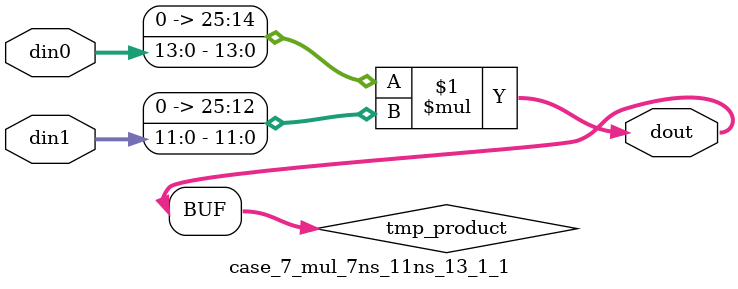
<source format=v>

`timescale 1 ns / 1 ps

 (* use_dsp = "no" *)  module case_7_mul_7ns_11ns_13_1_1(din0, din1, dout);
parameter ID = 1;
parameter NUM_STAGE = 0;
parameter din0_WIDTH = 14;
parameter din1_WIDTH = 12;
parameter dout_WIDTH = 26;

input [din0_WIDTH - 1 : 0] din0; 
input [din1_WIDTH - 1 : 0] din1; 
output [dout_WIDTH - 1 : 0] dout;

wire signed [dout_WIDTH - 1 : 0] tmp_product;
























assign tmp_product = $signed({1'b0, din0}) * $signed({1'b0, din1});











assign dout = tmp_product;





















endmodule

</source>
